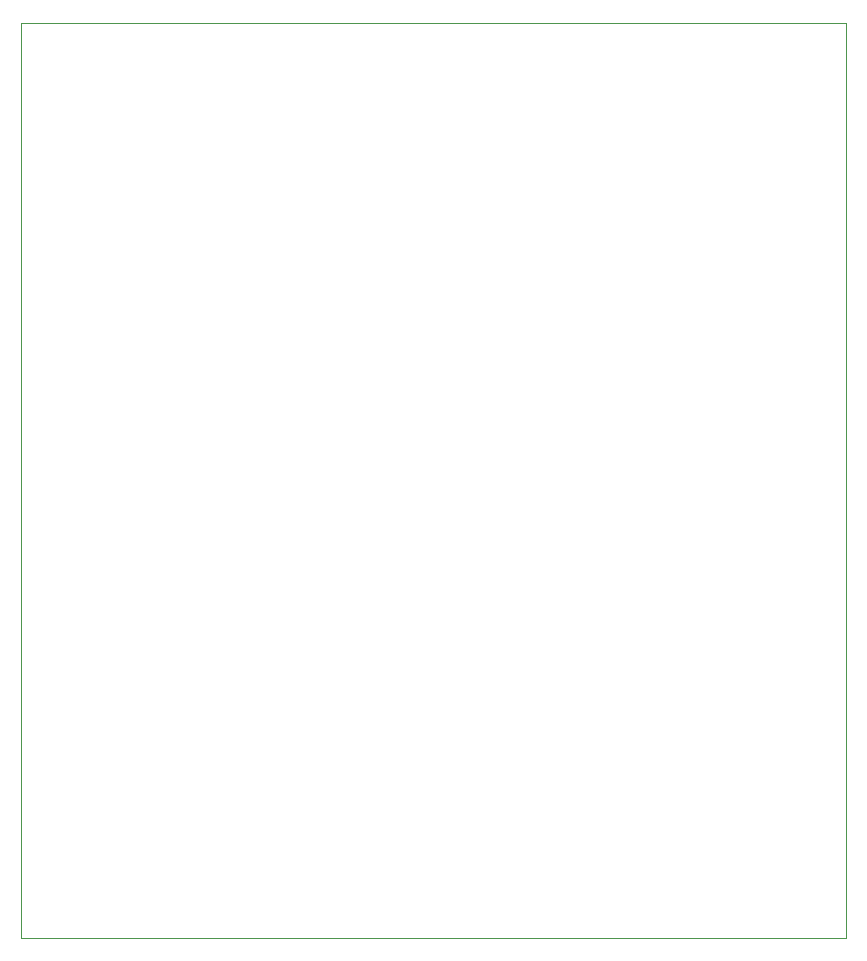
<source format=gbr>
G04 #@! TF.GenerationSoftware,KiCad,Pcbnew,(5.1.5-0-10_14)*
G04 #@! TF.CreationDate,2020-08-21T16:03:34+01:00*
G04 #@! TF.ProjectId,BusterTower,42757374-6572-4546-9f77-65722e6b6963,rev?*
G04 #@! TF.SameCoordinates,Original*
G04 #@! TF.FileFunction,Profile,NP*
%FSLAX46Y46*%
G04 Gerber Fmt 4.6, Leading zero omitted, Abs format (unit mm)*
G04 Created by KiCad (PCBNEW (5.1.5-0-10_14)) date 2020-08-21 16:03:34*
%MOMM*%
%LPD*%
G04 APERTURE LIST*
%ADD10C,0.050000*%
G04 APERTURE END LIST*
D10*
X116840000Y-102870000D02*
X116840000Y-25400000D01*
X46990000Y-102870000D02*
X116840000Y-102870000D01*
X46990000Y-25400000D02*
X46990000Y-102870000D01*
X116840000Y-25400000D02*
X46990000Y-25400000D01*
M02*

</source>
